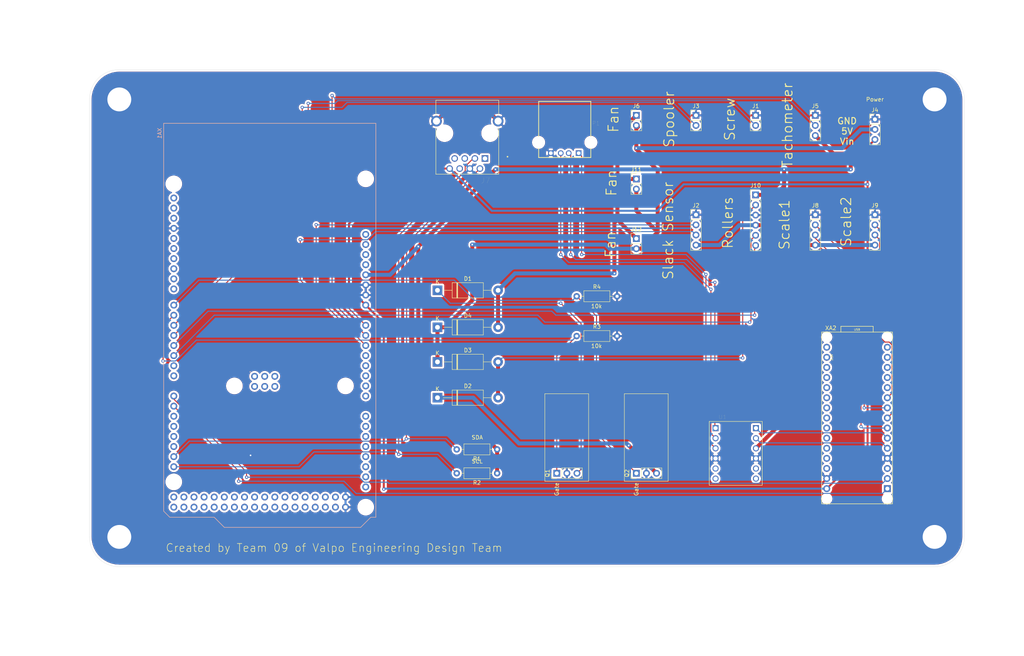
<source format=kicad_pcb>
(kicad_pcb (version 20171130) (host pcbnew "(5.1.6)-1")
  (layers (0 F.Cu signal) (31 B.Cu signal) (34 B.Paste user) (35 F.Paste user) (36 B.SilkS user) (37 F.SilkS user) (38 B.Mask user) (39 F.Mask user) (44 Edge.Cuts user))
  (net 0 "")
  (net 1 Fans-)
  (net 2 RollerMotor-)
  (net 3 ScrewMotor)
  (net 4 SlackS1)
  (net 5 SlackS0)
  (net 6 +3V3)
  (net 7 SpollerMotor)
  (net 8 TactSignal)
  (net 9 "Net-(J7-Pad7)")
  (net 10 "Net-(J7-Pad6)")
  (net 11 "Net-(J7-Pad5)")
  (net 12 SCL)
  (net 13 SDA)
  (net 14 ScaleCLK1)
  (net 15 ScaleD1)
  (net 16 ScaleCLK2)
  (net 17 ScaleD2)
  (net 18 EncoderB)
  (net 19 EncoderA)
  (net 20 "Net-(P1-Pad2)")
  (net 21 "Net-(P1-Pad1)")
  (net 22 FansSpeed)
  (net 23 "Net-(U1-PadHV4)")
  (net 24 "Net-(U1-PadHV3)")
  (net 25 DialCLK)
  (net 26 DialData)
  (net 27 "Net-(U1-PadLV4)")
  (net 28 "Net-(U1-PadLV3)")
  (net 29 "Net-(XA1-PadMISO)")
  (net 30 "Net-(XA1-PadD53)")
  (net 31 "Net-(XA1-PadD52)")
  (net 32 "Net-(XA1-PadD51)")
  (net 33 "Net-(XA1-PadD50)")
  (net 34 "Net-(XA1-PadD49)")
  (net 35 "Net-(XA1-PadD48)")
  (net 36 "Net-(XA1-PadD47)")
  (net 37 "Net-(XA1-PadD46)")
  (net 38 "Net-(XA1-PadD45)")
  (net 39 "Net-(XA1-PadD44)")
  (net 40 "Net-(XA1-PadD43)")
  (net 41 "Net-(XA1-PadD42)")
  (net 42 "Net-(XA1-PadD41)")
  (net 43 "Net-(XA1-PadD40)")
  (net 44 "Net-(XA1-PadD39)")
  (net 45 "Net-(XA1-PadD38)")
  (net 46 "Net-(XA1-PadD37)")
  (net 47 "Net-(XA1-PadD36)")
  (net 48 "Net-(XA1-PadD35)")
  (net 49 "Net-(XA1-PadD34)")
  (net 50 "Net-(XA1-PadD33)")
  (net 51 "Net-(XA1-PadD32)")
  (net 52 "Net-(XA1-PadD31)")
  (net 53 "Net-(XA1-PadD30)")
  (net 54 "Net-(XA1-PadD29)")
  (net 55 "Net-(XA1-PadD28)")
  (net 56 "Net-(XA1-PadD27)")
  (net 57 "Net-(XA1-PadD26)")
  (net 58 "Net-(XA1-PadA15)")
  (net 59 "Net-(XA1-PadA14)")
  (net 60 "Net-(XA1-PadA13)")
  (net 61 "Net-(XA1-PadA12)")
  (net 62 "Net-(XA1-PadA11)")
  (net 63 "Net-(XA1-PadA10)")
  (net 64 "Net-(XA1-PadA9)")
  (net 65 "Net-(XA1-PadA8)")
  (net 66 "Net-(XA1-PadA7)")
  (net 67 "Net-(XA1-PadA6)")
  (net 68 "Net-(XA1-PadA5)")
  (net 69 "Net-(XA1-PadA4)")
  (net 70 "Net-(XA1-PadA3)")
  (net 71 "Net-(XA1-PadAREF)")
  (net 72 "Net-(XA1-PadSDA)")
  (net 73 "Net-(XA1-PadSCL)")
  (net 74 "Net-(XA1-PadD9)")
  (net 75 "Net-(XA1-PadD8)")
  (net 76 "Net-(XA1-PadD1)")
  (net 77 "Net-(XA1-PadD0)")
  (net 78 "Net-(XA1-PadD16)")
  (net 79 "Net-(XA1-PadD17)")
  (net 80 "Net-(XA1-PadIORF)")
  (net 81 "Net-(XA1-PadRST1)")
  (net 82 Vin)
  (net 83 "Net-(XA1-Pad5V2)")
  (net 84 "Net-(XA1-PadSCK)")
  (net 85 "Net-(XA1-PadMOSI)")
  (net 86 "Net-(XA1-PadGND4)")
  (net 87 "Net-(XA1-PadRST2)")
  (net 88 "Net-(XA2-PadRST1)")
  (net 89 "Net-(XA2-PadD8)")
  (net 90 "Net-(XA2-PadD9)")
  (net 91 "Net-(XA2-PadD10)")
  (net 92 "Net-(XA2-PadD11)")
  (net 93 "Net-(XA2-PadD12)")
  (net 94 "Net-(XA2-PadD13)")
  (net 95 "Net-(XA2-PadAREF)")
  (net 96 "Net-(XA2-PadA0)")
  (net 97 "Net-(XA2-PadA1)")
  (net 98 "Net-(XA2-PadA2)")
  (net 99 "Net-(XA2-PadA3)")
  (net 100 "Net-(XA2-PadA4)")
  (net 101 "Net-(XA2-PadA5)")
  (net 102 "Net-(XA2-PadA6)")
  (net 103 "Net-(XA2-PadA7)")
  (net 104 "Net-(XA2-PadRST2)")
  (net 105 "Net-(XA1-PadD25)")
  (net 106 "Net-(XA1-PadD24)")
  (net 107 "Net-(XA1-PadD23)")
  (net 108 "Net-(XA1-PadD22)")
  (net 109 GND)
  (net 110 +5V)
  (net 111 "Net-(XA1-Pad5V4)")
  (net 112 "Net-(XA1-Pad5V3)")
  (net 113 "Net-(XA2-Pad5V)")
  (net 114 "Net-(D1-Pad1)")
  (net 115 "Net-(D2-Pad1)")
  (net 116 LV2)
  (net 117 "Net-(XA2-Pad3V3)")
  (net 118 "Net-(XA1-PadD11)")
  (net 119 "Net-(XA1-PadD12)")
  (net 120 "Net-(XA1-PadD13)")
  (net 121 "Net-(XA1-PadD10)")
  (net 122 UartToNano)
  (net 123 UartToMega)
  (net 124 "Net-(XA1-PadD18)")
  (net 125 "Net-(XA1-PadD19)")
  (net 126 RollerSpeed)
  (net 127 5Vin)
  (net 128 "Net-(J7-Pad1)")
  (module Arduino:Arduino_Mega2560_Shield (layer B.Cu) (at 109.5 46 270)
    (fp_text reference XA1 (at 2.54 54.356 270) (layer B.SilkS) (effects (justify mirror)))
    (fp_text value Arduino_Mega2560_Shield)
    (fp_text user . (at 62.484 32.004 270) (layer B.SilkS) (effects (justify mirror)))
    (pad MISO thru_hole oval (at 63.627 30.48 270) (size 1.7272 1.7272) (drill 1.016) (layers *.Cu *.Mask) (net 29 "Net-(XA1-PadMISO)"))
    (pad GND6 thru_hole oval (at 96.52 7.62 270) (size 1.7272 1.7272) (drill 1.016) (layers *.Cu *.Mask) (net 109 GND))
    (pad GND5 thru_hole oval (at 93.98 7.62 270) (size 1.7272 1.7272) (drill 1.016) (layers *.Cu *.Mask) (net 109 GND))
    (pad D53 thru_hole oval (at 96.52 10.16 270) (size 1.7272 1.7272) (drill 1.016) (layers *.Cu *.Mask) (net 30 "Net-(XA1-PadD53)"))
    (pad D52 thru_hole oval (at 93.98 10.16 270) (size 1.7272 1.7272) (drill 1.016) (layers *.Cu *.Mask) (net 31 "Net-(XA1-PadD52)"))
    (pad D51 thru_hole oval (at 96.52 12.7 270) (size 1.7272 1.7272) (drill 1.016) (layers *.Cu *.Mask) (net 32 "Net-(XA1-PadD51)"))
    (pad D50 thru_hole oval (at 93.98 12.7 270) (size 1.7272 1.7272) (drill 1.016) (layers *.Cu *.Mask) (net 33 "Net-(XA1-PadD50)"))
    (pad D49 thru_hole oval (at 96.52 15.24 270) (size 1.7272 1.7272) (drill 1.016) (layers *.Cu *.Mask) (net 34 "Net-(XA1-PadD49)"))
    (pad D48 thru_hole oval (at 93.98 15.24 270) (size 1.7272 1.7272) (drill 1.016) (layers *.Cu *.Mask) (net 35 "Net-(XA1-PadD48)"))
    (pad D47 thru_hole oval (at 96.52 17.78 270) (size 1.7272 1.7272) (drill 1.016) (layers *.Cu *.Mask) (net 36 "Net-(XA1-PadD47)"))
    (pad D46 thru_hole oval (at 93.98 17.78 270) (size 1.7272 1.7272) (drill 1.016) (layers *.Cu *.Mask) (net 37 "Net-(XA1-PadD46)"))
    (pad D45 thru_hole oval (at 96.52 20.32 270) (size 1.7272 1.7272) (drill 1.016) (layers *.Cu *.Mask) (net 38 "Net-(XA1-PadD45)"))
    (pad D44 thru_hole oval (at 93.98 20.32 270) (size 1.7272 1.7272) (drill 1.016) (layers *.Cu *.Mask) (net 39 "Net-(XA1-PadD44)"))
    (pad D43 thru_hole oval (at 96.52 22.86 270) (size 1.7272 1.7272) (drill 1.016) (layers *.Cu *.Mask) (net 40 "Net-(XA1-PadD43)"))
    (pad D42 thru_hole oval (at 93.98 22.86 270) (size 1.7272 1.7272) (drill 1.016) (layers *.Cu *.Mask) (net 41 "Net-(XA1-PadD42)"))
    (pad D41 thru_hole oval (at 96.52 25.4 270) (size 1.7272 1.7272) (drill 1.016) (layers *.Cu *.Mask) (net 42 "Net-(XA1-PadD41)"))
    (pad D40 thru_hole oval (at 93.98 25.4 270) (size 1.7272 1.7272) (drill 1.016) (layers *.Cu *.Mask) (net 43 "Net-(XA1-PadD40)"))
    (pad D39 thru_hole oval (at 96.52 27.94 270) (size 1.7272 1.7272) (drill 1.016) (layers *.Cu *.Mask) (net 44 "Net-(XA1-PadD39)"))
    (pad D38 thru_hole oval (at 93.98 27.94 270) (size 1.7272 1.7272) (drill 1.016) (layers *.Cu *.Mask) (net 45 "Net-(XA1-PadD38)"))
    (pad D37 thru_hole oval (at 96.52 30.48 270) (size 1.7272 1.7272) (drill 1.016) (layers *.Cu *.Mask) (net 46 "Net-(XA1-PadD37)"))
    (pad D36 thru_hole oval (at 93.98 30.48 270) (size 1.7272 1.7272) (drill 1.016) (layers *.Cu *.Mask) (net 47 "Net-(XA1-PadD36)"))
    (pad D35 thru_hole oval (at 96.52 33.02 270) (size 1.7272 1.7272) (drill 1.016) (layers *.Cu *.Mask) (net 48 "Net-(XA1-PadD35)"))
    (pad D34 thru_hole oval (at 93.98 33.02 270) (size 1.7272 1.7272) (drill 1.016) (layers *.Cu *.Mask) (net 49 "Net-(XA1-PadD34)"))
    (pad D33 thru_hole oval (at 96.52 35.56 270) (size 1.7272 1.7272) (drill 1.016) (layers *.Cu *.Mask) (net 50 "Net-(XA1-PadD33)"))
    (pad D32 thru_hole oval (at 93.98 35.56 270) (size 1.7272 1.7272) (drill 1.016) (layers *.Cu *.Mask) (net 51 "Net-(XA1-PadD32)"))
    (pad D31 thru_hole oval (at 96.52 38.1 270) (size 1.7272 1.7272) (drill 1.016) (layers *.Cu *.Mask) (net 52 "Net-(XA1-PadD31)"))
    (pad D30 thru_hole oval (at 93.98 38.1 270) (size 1.7272 1.7272) (drill 1.016) (layers *.Cu *.Mask) (net 53 "Net-(XA1-PadD30)"))
    (pad D29 thru_hole oval (at 96.52 40.64 270) (size 1.7272 1.7272) (drill 1.016) (layers *.Cu *.Mask) (net 54 "Net-(XA1-PadD29)"))
    (pad D28 thru_hole oval (at 93.98 40.64 270) (size 1.7272 1.7272) (drill 1.016) (layers *.Cu *.Mask) (net 55 "Net-(XA1-PadD28)"))
    (pad D27 thru_hole oval (at 96.52 43.18 270) (size 1.7272 1.7272) (drill 1.016) (layers *.Cu *.Mask) (net 56 "Net-(XA1-PadD27)"))
    (pad D26 thru_hole oval (at 93.98 43.18 270) (size 1.7272 1.7272) (drill 1.016) (layers *.Cu *.Mask) (net 57 "Net-(XA1-PadD26)"))
    (pad D25 thru_hole oval (at 96.52 45.72 270) (size 1.7272 1.7272) (drill 1.016) (layers *.Cu *.Mask) (net 105 "Net-(XA1-PadD25)"))
    (pad D24 thru_hole oval (at 93.98 45.72 270) (size 1.7272 1.7272) (drill 1.016) (layers *.Cu *.Mask) (net 106 "Net-(XA1-PadD24)"))
    (pad D23 thru_hole oval (at 96.52 48.26 270) (size 1.7272 1.7272) (drill 1.016) (layers *.Cu *.Mask) (net 107 "Net-(XA1-PadD23)"))
    (pad D22 thru_hole oval (at 93.98 48.26 270) (size 1.7272 1.7272) (drill 1.016) (layers *.Cu *.Mask) (net 108 "Net-(XA1-PadD22)"))
    (pad 5V4 thru_hole oval (at 96.52 50.8 270) (size 1.7272 1.7272) (drill 1.016) (layers *.Cu *.Mask) (net 111 "Net-(XA1-Pad5V4)"))
    (pad 5V3 thru_hole oval (at 93.98 50.8 270) (size 1.7272 1.7272) (drill 1.016) (layers *.Cu *.Mask) (net 112 "Net-(XA1-Pad5V3)"))
    (pad A15 thru_hole oval (at 91.44 2.54 270) (size 1.7272 1.7272) (drill 1.016) (layers *.Cu *.Mask) (net 58 "Net-(XA1-PadA15)"))
    (pad A14 thru_hole oval (at 88.9 2.54 270) (size 1.7272 1.7272) (drill 1.016) (layers *.Cu *.Mask) (net 59 "Net-(XA1-PadA14)"))
    (pad A13 thru_hole oval (at 86.36 2.54 270) (size 1.7272 1.7272) (drill 1.016) (layers *.Cu *.Mask) (net 60 "Net-(XA1-PadA13)"))
    (pad A12 thru_hole oval (at 83.82 2.54 270) (size 1.7272 1.7272) (drill 1.016) (layers *.Cu *.Mask) (net 61 "Net-(XA1-PadA12)"))
    (pad A11 thru_hole oval (at 81.28 2.54 270) (size 1.7272 1.7272) (drill 1.016) (layers *.Cu *.Mask) (net 62 "Net-(XA1-PadA11)"))
    (pad A10 thru_hole oval (at 78.74 2.54 270) (size 1.7272 1.7272) (drill 1.016) (layers *.Cu *.Mask) (net 63 "Net-(XA1-PadA10)"))
    (pad A9 thru_hole oval (at 76.2 2.54 270) (size 1.7272 1.7272) (drill 1.016) (layers *.Cu *.Mask) (net 64 "Net-(XA1-PadA9)"))
    (pad A8 thru_hole oval (at 73.66 2.54 270) (size 1.7272 1.7272) (drill 1.016) (layers *.Cu *.Mask) (net 65 "Net-(XA1-PadA8)"))
    (pad A7 thru_hole oval (at 68.58 2.54 270) (size 1.7272 1.7272) (drill 1.016) (layers *.Cu *.Mask) (net 66 "Net-(XA1-PadA7)"))
    (pad A6 thru_hole oval (at 66.04 2.54 270) (size 1.7272 1.7272) (drill 1.016) (layers *.Cu *.Mask) (net 67 "Net-(XA1-PadA6)"))
    (pad A5 thru_hole oval (at 63.5 2.54 270) (size 1.7272 1.7272) (drill 1.016) (layers *.Cu *.Mask) (net 68 "Net-(XA1-PadA5)"))
    (pad A4 thru_hole oval (at 60.96 2.54 270) (size 1.7272 1.7272) (drill 1.016) (layers *.Cu *.Mask) (net 69 "Net-(XA1-PadA4)"))
    (pad A3 thru_hole oval (at 58.42 2.54 270) (size 1.7272 1.7272) (drill 1.016) (layers *.Cu *.Mask) (net 70 "Net-(XA1-PadA3)"))
    (pad A2 thru_hole oval (at 55.88 2.54 270) (size 1.7272 1.7272) (drill 1.016) (layers *.Cu *.Mask) (net 4 SlackS1))
    (pad A1 thru_hole oval (at 53.34 2.54 270) (size 1.7272 1.7272) (drill 1.016) (layers *.Cu *.Mask) (net 5 SlackS0))
    (pad "" thru_hole oval (at 27.94 2.54 270) (size 1.7272 1.7272) (drill 1.016) (layers *.Cu *.Mask))
    (pad D11 thru_hole oval (at 34.036 50.8 270) (size 1.7272 1.7272) (drill 1.016) (layers *.Cu *.Mask) (net 118 "Net-(XA1-PadD11)"))
    (pad D12 thru_hole oval (at 31.496 50.8 270) (size 1.7272 1.7272) (drill 1.016) (layers *.Cu *.Mask) (net 119 "Net-(XA1-PadD12)"))
    (pad D13 thru_hole oval (at 28.956 50.8 270) (size 1.7272 1.7272) (drill 1.016) (layers *.Cu *.Mask) (net 120 "Net-(XA1-PadD13)"))
    (pad AREF thru_hole oval (at 23.876 50.8 270) (size 1.7272 1.7272) (drill 1.016) (layers *.Cu *.Mask) (net 71 "Net-(XA1-PadAREF)"))
    (pad SDA thru_hole oval (at 21.336 50.8 270) (size 1.7272 1.7272) (drill 1.016) (layers *.Cu *.Mask) (net 72 "Net-(XA1-PadSDA)"))
    (pad SCL thru_hole oval (at 18.796 50.8 270) (size 1.7272 1.7272) (drill 1.016) (layers *.Cu *.Mask) (net 73 "Net-(XA1-PadSCL)"))
    (pad "" np_thru_hole circle (at 13.97 2.54 270) (size 3.2 3.2) (drill 3.2) (layers *.Cu *.Mask))
    (pad "" np_thru_hole circle (at 96.52 2.54 270) (size 3.2 3.2) (drill 3.2) (layers *.Cu *.Mask))
    (pad "" np_thru_hole circle (at 15.24 50.8 270) (size 3.2 3.2) (drill 3.2) (layers *.Cu *.Mask))
    (pad "" np_thru_hole circle (at 90.17 50.8 270) (size 3.2 3.2) (drill 3.2) (layers *.Cu *.Mask))
    (pad "" np_thru_hole circle (at 66.04 35.56 270) (size 3.2 3.2) (drill 3.2) (layers *.Cu *.Mask))
    (pad "" np_thru_hole circle (at 66.04 7.62 270) (size 3.2 3.2) (drill 3.2) (layers *.Cu *.Mask))
    (pad D10 thru_hole oval (at 36.576 50.8 270) (size 1.7272 1.7272) (drill 1.016) (layers *.Cu *.Mask) (net 121 "Net-(XA1-PadD10)"))
    (pad D9 thru_hole oval (at 39.116 50.8 270) (size 1.7272 1.7272) (drill 1.016) (layers *.Cu *.Mask) (net 74 "Net-(XA1-PadD9)"))
    (pad D8 thru_hole oval (at 41.656 50.8 270) (size 1.7272 1.7272) (drill 1.016) (layers *.Cu *.Mask) (net 75 "Net-(XA1-PadD8)"))
    (pad GND1 thru_hole oval (at 26.416 50.8 270) (size 1.7272 1.7272) (drill 1.016) (layers *.Cu *.Mask) (net 109 GND))
    (pad D7 thru_hole oval (at 45.72 50.8 270) (size 1.7272 1.7272) (drill 1.016) (layers *.Cu *.Mask) (net 126 RollerSpeed))
    (pad D6 thru_hole oval (at 48.26 50.8 270) (size 1.7272 1.7272) (drill 1.016) (layers *.Cu *.Mask) (net 22 FansSpeed))
    (pad D5 thru_hole oval (at 50.8 50.8 270) (size 1.7272 1.7272) (drill 1.016) (layers *.Cu *.Mask) (net 7 SpollerMotor))
    (pad D4 thru_hole oval (at 53.34 50.8 270) (size 1.7272 1.7272) (drill 1.016) (layers *.Cu *.Mask) (net 3 ScrewMotor))
    (pad D3 thru_hole oval (at 55.88 50.8 270) (size 1.7272 1.7272) (drill 1.016) (layers *.Cu *.Mask) (net 18 EncoderB))
    (pad D2 thru_hole oval (at 58.42 50.8 270) (size 1.7272 1.7272) (drill 1.016) (layers *.Cu *.Mask) (net 19 EncoderA))
    (pad D1 thru_hole oval (at 60.96 50.8 270) (size 1.7272 1.7272) (drill 1.016) (layers *.Cu *.Mask) (net 76 "Net-(XA1-PadD1)"))
    (pad D0 thru_hole oval (at 63.5 50.8 270) (size 1.7272 1.7272) (drill 1.016) (layers *.Cu *.Mask) (net 77 "Net-(XA1-PadD0)"))
    (pad D14 thru_hole oval (at 68.58 50.8 270) (size 1.7272 1.7272) (drill 1.016) (layers *.Cu *.Mask) (net 122 UartToNano))
    (pad D15 thru_hole oval (at 71.12 50.8 270) (size 1.7272 1.7272) (drill 1.016) (layers *.Cu *.Mask) (net 123 UartToMega))
    (pad D16 thru_hole oval (at 73.66 50.8 270) (size 1.7272 1.7272) (drill 1.016) (layers *.Cu *.Mask) (net 78 "Net-(XA1-PadD16)"))
    (pad D17 thru_hole oval (at 76.2 50.8 270) (size 1.7272 1.7272) (drill 1.016) (layers *.Cu *.Mask) (net 79 "Net-(XA1-PadD17)"))
    (pad D18 thru_hole oval (at 78.74 50.8 270) (size 1.7272 1.7272) (drill 1.016) (layers *.Cu *.Mask) (net 124 "Net-(XA1-PadD18)"))
    (pad D19 thru_hole oval (at 81.28 50.8 270) (size 1.7272 1.7272) (drill 1.016) (layers *.Cu *.Mask) (net 125 "Net-(XA1-PadD19)"))
    (pad D20 thru_hole oval (at 83.82 50.8 270) (size 1.7272 1.7272) (drill 1.016) (layers *.Cu *.Mask) (net 13 SDA))
    (pad D21 thru_hole oval (at 86.36 50.8 270) (size 1.7272 1.7272) (drill 1.016) (layers *.Cu *.Mask) (net 12 SCL))
    (pad IORF thru_hole oval (at 30.48 2.54 270) (size 1.7272 1.7272) (drill 1.016) (layers *.Cu *.Mask) (net 80 "Net-(XA1-PadIORF)"))
    (pad RST1 thru_hole oval (at 33.02 2.54 270) (size 1.7272 1.7272) (drill 1.016) (layers *.Cu *.Mask) (net 81 "Net-(XA1-PadRST1)"))
    (pad 3V3 thru_hole oval (at 35.56 2.54 270) (size 1.7272 1.7272) (drill 1.016) (layers *.Cu *.Mask) (net 6 +3V3))
    (pad 5V1 thru_hole oval (at 38.1 2.54 270) (size 1.7272 1.7272) (drill 1.016) (layers *.Cu *.Mask) (net 110 +5V))
    (pad GND2 thru_hole oval (at 40.64 2.54 270) (size 1.7272 1.7272) (drill 1.016) (layers *.Cu *.Mask) (net 109 GND))
    (pad GND3 thru_hole oval (at 43.18 2.54 270) (size 1.7272 1.7272) (drill 1.016) (layers *.Cu *.Mask) (net 109 GND))
    (pad VIN thru_hole oval (at 45.72 2.54 270) (size 1.7272 1.7272) (drill 1.016) (layers *.Cu *.Mask) (net 82 Vin))
    (pad A0 thru_hole oval (at 50.8 2.54 270) (size 1.7272 1.7272) (drill 1.016) (layers *.Cu *.Mask) (net 8 TactSignal))
    (pad 5V2 thru_hole oval (at 66.167 30.48 270) (size 1.7272 1.7272) (drill 1.016) (layers *.Cu *.Mask) (net 83 "Net-(XA1-Pad5V2)"))
    (pad SCK thru_hole oval (at 63.627 27.94 270) (size 1.7272 1.7272) (drill 1.016) (layers *.Cu *.Mask) (net 84 "Net-(XA1-PadSCK)"))
    (pad MOSI thru_hole oval (at 66.167 27.94 270) (size 1.7272 1.7272) (drill 1.016) (layers *.Cu *.Mask) (net 85 "Net-(XA1-PadMOSI)"))
    (pad GND4 thru_hole oval (at 66.167 25.4 270) (size 1.7272 1.7272) (drill 1.016) (layers *.Cu *.Mask) (net 86 "Net-(XA1-PadGND4)"))
    (pad RST2 thru_hole oval (at 63.627 25.4 270) (size 1.7272 1.7272) (drill 1.016) (layers *.Cu *.Mask) (net 87 "Net-(XA1-PadRST2)"))
  )
  (module Diode_THT:D_DO-15_P15.24mm_Horizontal (layer F.Cu) (at 125 97.3)
    (fp_text reference D4 (at 7.62 -2.92) (layer F.SilkS))
    (fp_text value D)
    (fp_text user K (at 0 -2.2) (layer F.SilkS))
    (pad 2 thru_hole oval (at 15.24 0) (size 2.4 2.4) (drill 1.2) (layers *.Cu *.Mask) (net 1 Fans-))
    (pad 1 thru_hole rect (at 0 0) (size 2.4 2.4) (drill 1.2) (layers *.Cu *.Mask) (net 127 5Vin))
  )
  (module Diode_THT:D_DO-15_P15.24mm_Horizontal (layer F.Cu) (at 125 106)
    (fp_text reference D3 (at 7.62 -2.92) (layer F.SilkS))
    (fp_text value D)
    (fp_text user K (at 0 -2.2) (layer F.SilkS))
    (pad 2 thru_hole oval (at 15.24 0) (size 2.4 2.4) (drill 1.2) (layers *.Cu *.Mask) (net 2 RollerMotor-))
    (pad 1 thru_hole rect (at 0 0) (size 2.4 2.4) (drill 1.2) (layers *.Cu *.Mask) (net 127 5Vin))
  )
  (module Diode_THT:D_DO-15_P15.24mm_Horizontal (layer F.Cu) (at 125 115)
    (fp_text reference D2 (at 7.62 -2.92) (layer F.SilkS))
    (fp_text value D)
    (fp_text user K (at 0 -2.2) (layer F.SilkS))
    (pad 2 thru_hole oval (at 15.24 0) (size 2.4 2.4) (drill 1.2) (layers *.Cu *.Mask) (net 2 RollerMotor-))
    (pad 1 thru_hole rect (at 0 0) (size 2.4 2.4) (drill 1.2) (layers *.Cu *.Mask) (net 115 "Net-(D2-Pad1)"))
  )
  (module Diode_THT:D_DO-15_P15.24mm_Horizontal (layer F.Cu) (at 125 88)
    (fp_text reference D1 (at 7.62 -2.92) (layer F.SilkS))
    (fp_text value D)
    (fp_text user K (at 0 -2.2) (layer F.SilkS))
    (pad 2 thru_hole oval (at 15.24 0) (size 2.4 2.4) (drill 1.2) (layers *.Cu *.Mask) (net 1 Fans-))
    (pad 1 thru_hole rect (at 0 0) (size 2.4 2.4) (drill 1.2) (layers *.Cu *.Mask) (net 114 "Net-(D1-Pad1)"))
  )
  (module Connector_PinHeader_2.54mm:PinHeader_1x02_P2.54mm_Vertical (layer F.Cu) (at 175 75)
    (fp_text reference J12 (at 0 -2.33) (layer F.SilkS))
    (fp_text value Conn_01x02_Male)
    (pad 2 thru_hole oval (at 0 2.54) (size 1.7 1.7) (drill 1) (layers *.Cu *.Mask) (net 127 5Vin))
    (pad 1 thru_hole rect (at 0 0) (size 1.7 1.7) (drill 1) (layers *.Cu *.Mask) (net 1 Fans-))
  )
  (module Connector_PinHeader_2.54mm:PinHeader_1x02_P2.54mm_Vertical (layer F.Cu) (at 175 60)
    (fp_text reference J11 (at 0 -2.33) (layer F.SilkS))
    (fp_text value Conn_01x02_Male)
    (pad 2 thru_hole oval (at 0 2.54) (size 1.7 1.7) (drill 1) (layers *.Cu *.Mask) (net 127 5Vin))
    (pad 1 thru_hole rect (at 0 0) (size 1.7 1.7) (drill 1) (layers *.Cu *.Mask) (net 1 Fans-))
  )
  (module Connector_PinHeader_2.54mm:PinHeader_1x03_P2.54mm_Vertical (layer F.Cu) (at 235 45)
    (fp_text reference J4 (at 0 -2.33) (layer F.SilkS))
    (fp_text value Conn_01x03_Male)
    (pad 3 thru_hole oval (at 0 5.08) (size 1.7 1.7) (drill 1) (layers *.Cu *.Mask) (net 82 Vin))
    (pad 2 thru_hole oval (at 0 2.54) (size 1.7 1.7) (drill 1) (layers *.Cu *.Mask) (net 127 5Vin))
    (pad 1 thru_hole rect (at 0 0) (size 1.7 1.7) (drill 1) (layers *.Cu *.Mask) (net 109 GND))
  )
  (module Connector_PinHeader_2.54mm:PinHeader_1x03_P2.54mm_Vertical (layer F.Cu) (at 175 134 90)
    (fp_text reference Q2 (at 0 -2.33 90) (layer F.SilkS))
    (fp_text value 2N7002)
    (pad 3 thru_hole oval (at 0 5.08 90) (size 1.7 1.7) (drill 1) (layers *.Cu *.Mask) (net 115 "Net-(D2-Pad1)"))
    (pad 2 thru_hole oval (at 0 2.54 90) (size 1.7 1.7) (drill 1) (layers *.Cu *.Mask) (net 109 GND))
    (pad 1 thru_hole rect (at 0 0 90) (size 1.7 1.7) (drill 1) (layers *.Cu *.Mask) (net 126 RollerSpeed))
  )
  (module Connector_PinHeader_2.54mm:PinHeader_1x03_P2.54mm_Vertical (layer F.Cu) (at 155 134 90)
    (fp_text reference Q1 (at 0 -2.33 90) (layer F.SilkS))
    (fp_text value 2N7002)
    (pad 3 thru_hole oval (at 0 5.08 90) (size 1.7 1.7) (drill 1) (layers *.Cu *.Mask) (net 114 "Net-(D1-Pad1)"))
    (pad 2 thru_hole oval (at 0 2.54 90) (size 1.7 1.7) (drill 1) (layers *.Cu *.Mask) (net 109 GND))
    (pad 1 thru_hole rect (at 0 0 90) (size 1.7 1.7) (drill 1) (layers *.Cu *.Mask) (net 22 FansSpeed))
  )
  (module Arduino:Arduino_Nano_Socket (layer F.Cu) (at 230.5 98.5 180)
    (fp_text reference XA2 (at 6.604 1.016) (layer F.SilkS))
    (fp_text value Arduino_Nano_Socket)
    (fp_text user 3.3V (at 6.35 -6.35 90) (layer F.SilkS) (effects (font (size 0.5 0.5) (thickness 0.075))))
    (fp_text user USB (at 0 0.635) (layer F.SilkS) (effects (font (size 0.5 0.5) (thickness 0.075))))
    (pad "" np_thru_hole circle (at 7.62 -1.27 180) (size 1.85 1.85) (drill 1.85) (layers *.Cu *.Mask))
    (pad "" np_thru_hole circle (at -7.62 -1.27 180) (size 1.85 1.85) (drill 1.85) (layers *.Cu *.Mask))
    (pad "" np_thru_hole circle (at 7.62 -41.91 180) (size 1.85 1.85) (drill 1.85) (layers *.Cu *.Mask))
    (pad "" np_thru_hole circle (at -7.62 -41.91 180) (size 1.85 1.85) (drill 1.85) (layers *.Cu *.Mask))
    (pad D1 thru_hole rect (at -7.62 -39.37 180) (size 1.7272 1.7272) (drill 1.016) (layers *.Cu *.Mask) (net 123 UartToMega))
    (pad D0 thru_hole circle (at -7.62 -36.83 180) (size 1.7272 1.7272) (drill 1.016) (layers *.Cu *.Mask) (net 122 UartToNano))
    (pad RST1 thru_hole circle (at -7.62 -34.29 180) (size 1.7272 1.7272) (drill 1.016) (layers *.Cu *.Mask) (net 88 "Net-(XA2-PadRST1)"))
    (pad GND1 thru_hole circle (at -7.62 -31.75 180) (size 1.7272 1.7272) (drill 1.016) (layers *.Cu *.Mask) (net 109 GND))
    (pad D2 thru_hole circle (at -7.62 -29.21 180) (size 1.7272 1.7272) (drill 1.016) (layers *.Cu *.Mask) (net 26 DialData))
    (pad D3 thru_hole circle (at -7.62 -26.67 180) (size 1.7272 1.7272) (drill 1.016) (layers *.Cu *.Mask) (net 25 DialCLK))
    (pad D4 thru_hole circle (at -7.62 -24.13 180) (size 1.7272 1.7272) (drill 1.016) (layers *.Cu *.Mask) (net 14 ScaleCLK1))
    (pad D5 thru_hole circle (at -7.62 -21.59 180) (size 1.7272 1.7272) (drill 1.016) (layers *.Cu *.Mask) (net 17 ScaleD2))
    (pad D6 thru_hole circle (at -7.62 -19.05 180) (size 1.7272 1.7272) (drill 1.016) (layers *.Cu *.Mask) (net 15 ScaleD1))
    (pad D7 thru_hole circle (at -7.62 -16.51 180) (size 1.7272 1.7272) (drill 1.016) (layers *.Cu *.Mask) (net 16 ScaleCLK2))
    (pad D8 thru_hole circle (at -7.62 -13.97 180) (size 1.7272 1.7272) (drill 1.016) (layers *.Cu *.Mask) (net 89 "Net-(XA2-PadD8)"))
    (pad D9 thru_hole circle (at -7.62 -11.43 180) (size 1.7272 1.7272) (drill 1.016) (layers *.Cu *.Mask) (net 90 "Net-(XA2-PadD9)"))
    (pad D10 thru_hole circle (at -7.62 -8.89 180) (size 1.7272 1.7272) (drill 1.016) (layers *.Cu *.Mask) (net 91 "Net-(XA2-PadD10)"))
    (pad D11 thru_hole circle (at -7.62 -6.35 180) (size 1.7272 1.7272) (drill 1.016) (layers *.Cu *.Mask) (net 92 "Net-(XA2-PadD11)"))
    (pad D12 thru_hole circle (at -7.62 -3.81 180) (size 1.7272 1.7272) (drill 1.016) (layers *.Cu *.Mask) (net 93 "Net-(XA2-PadD12)"))
    (pad D13 thru_hole circle (at 7.62 -3.81 180) (size 1.7272 1.7272) (drill 1.016) (layers *.Cu *.Mask) (net 94 "Net-(XA2-PadD13)"))
    (pad 3V3 thru_hole circle (at 7.62 -6.35 180) (size 1.7272 1.7272) (drill 1.016) (layers *.Cu *.Mask) (net 117 "Net-(XA2-Pad3V3)"))
    (pad AREF thru_hole circle (at 7.62 -8.89 180) (size 1.7272 1.7272) (drill 1.016) (layers *.Cu *.Mask) (net 95 "Net-(XA2-PadAREF)"))
    (pad A0 thru_hole circle (at 7.62 -11.43 180) (size 1.7272 1.7272) (drill 1.016) (layers *.Cu *.Mask) (net 96 "Net-(XA2-PadA0)"))
    (pad A1 thru_hole circle (at 7.62 -13.97 180) (size 1.7272 1.7272) (drill 1.016) (layers *.Cu *.Mask) (net 97 "Net-(XA2-PadA1)"))
    (pad A2 thru_hole circle (at 7.62 -16.51 180) (size 1.7272 1.7272) (drill 1.016) (layers *.Cu *.Mask) (net 98 "Net-(XA2-PadA2)"))
    (pad A3 thru_hole circle (at 7.62 -19.05 180) (size 1.7272 1.7272) (drill 1.016) (layers *.Cu *.Mask) (net 99 "Net-(XA2-PadA3)"))
    (pad A4 thru_hole circle (at 7.62 -21.59 180) (size 1.7272 1.7272) (drill 1.016) (layers *.Cu *.Mask) (net 100 "Net-(XA2-PadA4)"))
    (pad A5 thru_hole circle (at 7.62 -24.13 180) (size 1.7272 1.7272) (drill 1.016) (layers *.Cu *.Mask) (net 101 "Net-(XA2-PadA5)"))
    (pad A6 thru_hole circle (at 7.62 -26.67 180) (size 1.7272 1.7272) (drill 1.016) (layers *.Cu *.Mask) (net 102 "Net-(XA2-PadA6)"))
    (pad A7 thru_hole circle (at 7.62 -29.21 180) (size 1.7272 1.7272) (drill 1.016) (layers *.Cu *.Mask) (net 103 "Net-(XA2-PadA7)"))
    (pad 5V thru_hole circle (at 7.62 -31.75 180) (size 1.7272 1.7272) (drill 1.016) (layers *.Cu *.Mask) (net 113 "Net-(XA2-Pad5V)"))
    (pad RST2 thru_hole circle (at 7.62 -34.29 180) (size 1.7272 1.7272) (drill 1.016) (layers *.Cu *.Mask) (net 104 "Net-(XA2-PadRST2)"))
    (pad GND2 thru_hole circle (at 7.62 -36.83 180) (size 1.7272 1.7272) (drill 1.016) (layers *.Cu *.Mask) (net 109 GND))
    (pad VIN thru_hole circle (at 7.62 -39.37 180) (size 1.7272 1.7272) (drill 1.016) (layers *.Cu *.Mask) (net 82 Vin))
  )
  (module BOB-12009:CONV_BOB-12009 (layer F.Cu) (at 200 129)
    (fp_text reference U1 (at -3.325 -9.135) (layer F.SilkS) (effects (font (thickness 0.015))))
    (fp_text value BOB-12009)
    (pad HV4 thru_hole circle (at 5.08 6.35) (size 1.524 1.524) (drill 1.016) (layers *.Cu *.Mask) (net 23 "Net-(U1-PadHV4)"))
    (pad HV3 thru_hole circle (at 5.08 3.81) (size 1.524 1.524) (drill 1.016) (layers *.Cu *.Mask) (net 24 "Net-(U1-PadHV3)"))
    (pad GND_1 thru_hole circle (at 5.08 1.27) (size 1.524 1.524) (drill 1.016) (layers *.Cu *.Mask) (net 109 GND))
    (pad HV thru_hole circle (at 5.08 -1.27) (size 1.524 1.524) (drill 1.016) (layers *.Cu *.Mask) (net 110 +5V))
    (pad HV2 thru_hole circle (at 5.08 -3.81) (size 1.524 1.524) (drill 1.016) (layers *.Cu *.Mask) (net 26 DialData))
    (pad HV1 thru_hole rect (at 5.08 -6.35) (size 1.524 1.524) (drill 1.016) (layers *.Cu *.Mask) (net 25 DialCLK))
    (pad LV4 thru_hole circle (at -5.08 6.35) (size 1.524 1.524) (drill 1.016) (layers *.Cu *.Mask) (net 27 "Net-(U1-PadLV4)"))
    (pad LV3 thru_hole circle (at -5.08 3.81) (size 1.524 1.524) (drill 1.016) (layers *.Cu *.Mask) (net 28 "Net-(U1-PadLV3)"))
    (pad GND_2 thru_hole circle (at -5.08 1.27) (size 1.524 1.524) (drill 1.016) (layers *.Cu *.Mask) (net 109 GND))
    (pad LV thru_hole circle (at -5.08 -1.27) (size 1.524 1.524) (drill 1.016) (layers *.Cu *.Mask) (net 21 "Net-(P1-Pad1)"))
    (pad LV2 thru_hole circle (at -5.08 -3.81) (size 1.524 1.524) (drill 1.016) (layers *.Cu *.Mask) (net 116 LV2))
    (pad LV1 thru_hole rect (at -5.08 -6.35) (size 1.524 1.524) (drill 1.016) (layers *.Cu *.Mask) (net 20 "Net-(P1-Pad2)"))
  )
  (module Resistor_THT:R_Axial_DIN0207_L6.3mm_D2.5mm_P10.16mm_Horizontal (layer F.Cu) (at 160 89.5)
    (fp_text reference R4 (at 5.08 -2.37) (layer F.SilkS))
    (fp_text value 10k)
    (pad 2 thru_hole oval (at 10.16 0) (size 1.6 1.6) (drill 0.8) (layers *.Cu *.Mask) (net 109 GND))
    (pad 1 thru_hole circle (at 0 0) (size 1.6 1.6) (drill 0.8) (layers *.Cu *.Mask) (net 126 RollerSpeed))
  )
  (module Resistor_THT:R_Axial_DIN0207_L6.3mm_D2.5mm_P10.16mm_Horizontal (layer F.Cu) (at 160 99.5)
    (fp_text reference R3 (at 5.08 -2.37) (layer F.SilkS))
    (fp_text value 10k)
    (pad 2 thru_hole oval (at 10.16 0) (size 1.6 1.6) (drill 0.8) (layers *.Cu *.Mask) (net 109 GND))
    (pad 1 thru_hole circle (at 0 0) (size 1.6 1.6) (drill 0.8) (layers *.Cu *.Mask) (net 22 FansSpeed))
  )
  (module Resistor_THT:R_Axial_DIN0207_L6.3mm_D2.5mm_P10.16mm_Horizontal (layer F.Cu) (at 140 134 180)
    (fp_text reference R2 (at 5.08 -2.37) (layer F.SilkS))
    (fp_text value R)
    (pad 2 thru_hole oval (at 10.16 0 180) (size 1.6 1.6) (drill 0.8) (layers *.Cu *.Mask) (net 12 SCL))
    (pad 1 thru_hole circle (at 0 0 180) (size 1.6 1.6) (drill 0.8) (layers *.Cu *.Mask) (net 110 +5V))
  )
  (module Resistor_THT:R_Axial_DIN0207_L6.3mm_D2.5mm_P10.16mm_Horizontal (layer F.Cu) (at 140 128 180)
    (fp_text reference R1 (at 5.08 -2.37) (layer F.SilkS))
    (fp_text value R)
    (pad 2 thru_hole oval (at 10.16 0 180) (size 1.6 1.6) (drill 0.8) (layers *.Cu *.Mask) (net 13 SDA))
    (pad 1 thru_hole circle (at 0 0 180) (size 1.6 1.6) (drill 0.8) (layers *.Cu *.Mask) (net 110 +5V))
  )
  (module USB-A1HSW6:OST_USB-A1HSW6 (layer F.Cu) (at 157 47 180)
    (fp_text reference P1 (at -7.84845 1.02676 180) (layer F.SilkS) (effects (font (size 1.001717 1.001717) (thickness 0.015))))
    (fp_text value USB-A1HSW6)
    (pad None np_thru_hole circle (at 6.57 -3.8 180) (size 2.3 2.3) (drill 2.3) (layers *.Cu *.Mask))
    (pad None np_thru_hole circle (at -6.57 -3.8 180) (size 2.3 2.3) (drill 2.3) (layers *.Cu *.Mask))
    (pad 4 thru_hole circle (at 3.5 -6.51 180) (size 1.428 1.428) (drill 0.92) (layers *.Cu *.Mask) (net 109 GND))
    (pad 3 thru_hole circle (at 1 -6.51 180) (size 1.428 1.428) (drill 0.92) (layers *.Cu *.Mask) (net 116 LV2))
    (pad 2 thru_hole circle (at -1 -6.51 180) (size 1.428 1.428) (drill 0.92) (layers *.Cu *.Mask) (net 20 "Net-(P1-Pad2)"))
    (pad 1 thru_hole rect (at -3.5 -6.51 180) (size 1.428 1.428) (drill 0.92) (layers *.Cu *.Mask) (net 21 "Net-(P1-Pad1)"))
  )
  (module Connector_PinHeader_2.54mm:PinHeader_1x06_P2.54mm_Vertical (layer F.Cu) (at 205 64)
    (fp_text reference J10 (at 0 -2.33) (layer F.SilkS))
    (fp_text value Conn_01x06_Male)
    (pad 6 thru_hole oval (at 0 12.7) (size 1.7 1.7) (drill 1) (layers *.Cu *.Mask) (net 18 EncoderB))
    (pad 5 thru_hole oval (at 0 10.16) (size 1.7 1.7) (drill 1) (layers *.Cu *.Mask) (net 19 EncoderA))
    (pad 4 thru_hole oval (at 0 7.62) (size 1.7 1.7) (drill 1) (layers *.Cu *.Mask) (net 110 +5V))
    (pad 3 thru_hole oval (at 0 5.08) (size 1.7 1.7) (drill 1) (layers *.Cu *.Mask) (net 109 GND))
    (pad 2 thru_hole oval (at 0 2.54) (size 1.7 1.7) (drill 1) (layers *.Cu *.Mask) (net 2 RollerMotor-))
    (pad 1 thru_hole rect (at 0 0) (size 1.7 1.7) (drill 1) (layers *.Cu *.Mask) (net 110 +5V))
  )
  (module Connector_PinHeader_2.54mm:PinHeader_1x04_P2.54mm_Vertical (layer F.Cu) (at 235 69)
    (fp_text reference J9 (at 0 -2.33) (layer F.SilkS))
    (fp_text value Conn_01x04_Male)
    (pad 4 thru_hole oval (at 0 7.62) (size 1.7 1.7) (drill 1) (layers *.Cu *.Mask) (net 110 +5V))
    (pad 3 thru_hole oval (at 0 5.08) (size 1.7 1.7) (drill 1) (layers *.Cu *.Mask) (net 16 ScaleCLK2))
    (pad 2 thru_hole oval (at 0 2.54) (size 1.7 1.7) (drill 1) (layers *.Cu *.Mask) (net 17 ScaleD2))
    (pad 1 thru_hole rect (at 0 0) (size 1.7 1.7) (drill 1) (layers *.Cu *.Mask) (net 109 GND))
  )
  (module Connector_PinHeader_2.54mm:PinHeader_1x04_P2.54mm_Vertical (layer F.Cu) (at 220 69)
    (fp_text reference J8 (at 0 -2.33) (layer F.SilkS))
    (fp_text value Conn_01x04_Male)
    (pad 4 thru_hole oval (at 0 7.62) (size 1.7 1.7) (drill 1) (layers *.Cu *.Mask) (net 110 +5V))
    (pad 3 thru_hole oval (at 0 5.08) (size 1.7 1.7) (drill 1) (layers *.Cu *.Mask) (net 14 ScaleCLK1))
    (pad 2 thru_hole oval (at 0 2.54) (size 1.7 1.7) (drill 1) (layers *.Cu *.Mask) (net 15 ScaleD1))
    (pad 1 thru_hole rect (at 0 0) (size 1.7 1.7) (drill 1) (layers *.Cu *.Mask) (net 109 GND))
  )
  (module A-2004-2-4-LPS-N-R:ASSMANN_A-2004-2-4-LPS-N-R (layer F.Cu) (at 132.5 48.5 180)
    (fp_text reference J7 (at -4.555 -11.889) (layer F.SilkS) (effects (font (size 1.4 1.4) (thickness 0.015))))
    (fp_text value A-2004-2-4-LPS-N-R)
    (pad S2 thru_hole circle (at 7.75 3.05 180) (size 2.7 2.7) (drill 1.8) (layers *.Cu *.Mask) (net 109 GND))
    (pad S1 thru_hole circle (at -7.75 3.05 180) (size 2.7 2.7) (drill 1.8) (layers *.Cu *.Mask) (net 109 GND))
    (pad 8 thru_hole circle (at 4.445 -8.89 180) (size 1.65 1.65) (drill 1.1) (layers *.Cu *.Mask) (net 82 Vin))
    (pad 7 thru_hole circle (at 3.175 -6.35 180) (size 1.65 1.65) (drill 1.1) (layers *.Cu *.Mask) (net 9 "Net-(J7-Pad7)"))
    (pad 6 thru_hole circle (at 1.905 -8.89 180) (size 1.65 1.65) (drill 1.1) (layers *.Cu *.Mask) (net 10 "Net-(J7-Pad6)"))
    (pad 5 thru_hole circle (at 0.635 -6.35 180) (size 1.65 1.65) (drill 1.1) (layers *.Cu *.Mask) (net 11 "Net-(J7-Pad5)"))
    (pad 4 thru_hole circle (at -0.635 -8.89 180) (size 1.65 1.65) (drill 1.1) (layers *.Cu *.Mask) (net 109 GND))
    (pad 3 thru_hole circle (at -1.905 -6.35 180) (size 1.65 1.65) (drill 1.1) (layers *.Cu *.Mask) (net 12 SCL))
    (pad 2 thru_hole circle (at -3.175 -8.89 180) (size 1.65 1.65) (drill 1.1) (layers *.Cu *.Mask) (net 13 SDA))
    (pad 1 thru_hole rect (at -4.445 -6.35 180) (size 1.65 1.65) (drill 1.1) (layers *.Cu *.Mask) (net 128 "Net-(J7-Pad1)"))
    (pad None np_thru_hole circle (at 5.715 0 180) (size 3.4 3.4) (drill 3.4) (layers *.Cu *.Mask))
    (pad None np_thru_hole circle (at -5.715 0 180) (size 3.4 3.4) (drill 3.4) (layers *.Cu *.Mask))
  )
  (module Connector_PinHeader_2.54mm:PinHeader_1x02_P2.54mm_Vertical (layer F.Cu) (at 175 44)
    (fp_text reference J6 (at 0 -2.33) (layer F.SilkS))
    (fp_text value Conn_01x02_Male)
    (pad 2 thru_hole oval (at 0 2.54) (size 1.7 1.7) (drill 1) (layers *.Cu *.Mask) (net 127 5Vin))
    (pad 1 thru_hole rect (at 0 0) (size 1.7 1.7) (drill 1) (layers *.Cu *.Mask) (net 1 Fans-))
  )
  (module Connector_PinHeader_2.54mm:PinHeader_1x03_P2.54mm_Vertical (layer F.Cu) (at 220 44)
    (fp_text reference J5 (at 0 -2.33) (layer F.SilkS))
    (fp_text value Conn_01x03_Male)
    (pad 3 thru_hole oval (at 0 5.08) (size 1.7 1.7) (drill 1) (layers *.Cu *.Mask) (net 110 +5V))
    (pad 2 thru_hole oval (at 0 2.54) (size 1.7 1.7) (drill 1) (layers *.Cu *.Mask) (net 8 TactSignal))
    (pad 1 thru_hole rect (at 0 0) (size 1.7 1.7) (drill 1) (layers *.Cu *.Mask) (net 109 GND))
  )
  (module Connector_PinHeader_2.54mm:PinHeader_1x02_P2.54mm_Vertical (layer F.Cu) (at 190 44)
    (fp_text reference J3 (at 0 -2.33) (layer F.SilkS))
    (fp_text value Conn_01x02_Male)
    (pad 2 thru_hole oval (at 0 2.54) (size 1.7 1.7) (drill 1) (layers *.Cu *.Mask) (net 7 SpollerMotor))
    (pad 1 thru_hole rect (at 0 0) (size 1.7 1.7) (drill 1) (layers *.Cu *.Mask) (net 109 GND))
  )
  (module Connector_PinHeader_2.54mm:PinHeader_1x04_P2.54mm_Vertical (layer F.Cu) (at 190 69)
    (fp_text reference J2 (at 0 -2.33) (layer F.SilkS))
    (fp_text value Conn_01x04_Male)
    (pad 4 thru_hole oval (at 0 7.62) (size 1.7 1.7) (drill 1) (layers *.Cu *.Mask) (net 110 +5V))
    (pad 3 thru_hole oval (at 0 5.08) (size 1.7 1.7) (drill 1) (layers *.Cu *.Mask) (net 4 SlackS1))
    (pad 2 thru_hole oval (at 0 2.54) (size 1.7 1.7) (drill 1) (layers *.Cu *.Mask) (net 5 SlackS0))
    (pad 1 thru_hole rect (at 0 0) (size 1.7 1.7) (drill 1) (layers *.Cu *.Mask) (net 109 GND))
  )
  (module Connector_PinHeader_2.54mm:PinHeader_1x02_P2.54mm_Vertical (layer F.Cu) (at 205 44)
    (fp_text reference J1 (at 0 -2.33) (layer F.SilkS))
    (fp_text value Conn_01x02_Male)
    (pad 2 thru_hole oval (at 0 2.54) (size 1.7 1.7) (drill 1) (layers *.Cu *.Mask) (net 3 ScrewMotor))
    (pad 1 thru_hole rect (at 0 0) (size 1.7 1.7) (drill 1) (layers *.Cu *.Mask) (net 109 GND))
  )
  (gr_text "Created by Team 09 of Valpo Engineering Design Team" (at 99 152.75) (layer F.SilkS) (effects (font (size 2 2))))
  (gr_arc (start 45 150) (end 37.5 150) (angle -90) (layer Edge.Cuts) (width 0.05))
  (gr_arc (start 250 150) (end 250 157.5) (angle -90) (layer Edge.Cuts) (width 0.05))
  (gr_arc (start 250 40) (end 257.5 40) (angle -90) (layer Edge.Cuts) (width 0.05))
  (gr_arc (start 45 40) (end 45 32.5) (angle -90) (layer Edge.Cuts) (width 0.05))
  (gr_line (start 37.5 150) (end 37.5 40) (layer Edge.Cuts) (width 0.05))
  (gr_line (start 250 157.5) (end 45 157.5) (layer Edge.Cuts) (width 0.05))
  (gr_line (start 257.5 40) (end 257.5 150) (layer Edge.Cuts) (width 0.05))
  (gr_line (start 45 32.5) (end 250 32.5) (layer Edge.Cuts) (width 0.05))
  (gr_text SCL (at 135 131) (layer F.SilkS) (effects (font (size 1 1))))
  (gr_text SDA (at 135 125) (layer F.SilkS) (effects (font (size 1 1))))
  (gr_text 10k (at 165 102) (layer F.SilkS) (effects (font (size 1 1))))
  (gr_text 10k (at 165 92) (layer F.SilkS) (effects (font (size 1 1))))
  (gr_text "Scale2\n" (at 227.75 70.75 90) (layer F.SilkS) (effects (font (size 2.5 2.5) (thickness 0.25))))
  (gr_text Scale1 (at 212.25 71.5 90) (layer F.SilkS) (effects (font (size 2.5 2.5) (thickness 0.25))))
  (gr_text Rollers (at 198 71 90) (layer F.SilkS) (effects (font (size 2.5 2.5) (thickness 0.25))))
  (gr_text "Slack Sensor" (at 183 73 90) (layer F.SilkS) (effects (font (size 2.5 2.5) (thickness 0.25))))
  (gr_text "GND\n5V\nVin" (at 228 48) (layer F.SilkS) (effects (font (size 1.6 1.6) (thickness 0.25))))
  (gr_text Power (at 235 40) (layer F.SilkS) (effects (font (size 1 1))))
  (gr_text Tachometer (at 213 46.5 90) (layer F.SilkS) (effects (font (size 2.5 2.5) (thickness 0.25))))
  (gr_text Screw (at 198.5 45 90) (layer F.SilkS) (effects (font (size 2.5 2.5) (thickness 0.25))))
  (gr_text Spooler (at 183.25 45 90) (layer F.SilkS) (effects (font (size 2.5 2.5) (thickness 0.25))))
  (gr_text Fan (at 168.5 76.5 90) (layer F.SilkS) (effects (font (size 2.5 2.5) (thickness 0.25))))
  (gr_text Fan (at 168.75 61 90) (layer F.SilkS) (effects (font (size 2.5 2.5) (thickness 0.25))))
  (gr_text Fan (at 169.25 45 90) (layer F.SilkS) (effects (font (size 2.5 2.5) (thickness 0.25))))
  (gr_line (start 183 136) (end 172 136) (layer F.SilkS) (width 0.12))
  (gr_line (start 183 114) (end 183 136) (layer F.SilkS) (width 0.12))
  (gr_line (start 172 114) (end 183 114) (layer F.SilkS) (width 0.12))
  (gr_line (start 172 136) (end 172 114) (layer F.SilkS) (width 0.12))
  (gr_line (start 152 114) (end 152 136) (layer F.SilkS) (width 0.12))
  (gr_line (start 163 114) (end 152 114) (layer F.SilkS) (width 0.12))
  (gr_line (start 163 136) (end 163 114) (layer F.SilkS) (width 0.12))
  (gr_line (start 152 136) (end 163 136) (layer F.SilkS) (width 0.12))
  (gr_text Gate (at 175 138 90) (layer F.SilkS) (effects (font (size 1 1))))
  (gr_text Gate (at 155 138 90) (layer F.SilkS) (effects (font (size 1 1))))
  (segment (start 140.24 97.3) (end 140.24 88) (width 1) (layer F.Cu) (net 1))
  (segment (start 175 75) (end 170.25 70.25) (width 1) (layer F.Cu) (net 1))
  (segment (start 170.25 48.75) (end 175 44) (width 1) (layer F.Cu) (net 1))
  (segment (start 175 60) (end 170.25 60) (width 1) (layer F.Cu) (net 1))
  (segment (start 170.25 70.25) (end 170.25 60) (width 1) (layer F.Cu) (net 1))
  (segment (start 170.25 60) (end 170.25 48.75) (width 1) (layer F.Cu) (net 1))
  (segment (start 140.24 88) (end 144.5 83.74) (width 1) (layer B.Cu) (net 1))
  (segment (start 144.5 83.74) (end 169.49 83.74) (width 1) (layer B.Cu) (net 1))
  (segment (start 169.49 83.74) (end 169.49 83.74) (width 1) (layer B.Cu) (net 1))
  (via (at 169.49 83.74) (size 1) (drill 0.4) (layers F.Cu B.Cu) (net 1))
  (segment (start 169.49 71.01) (end 170.25 70.25) (width 1) (layer F.Cu) (net 1))
  (segment (start 169.49 83.74) (end 169.49 71.01) (width 1) (layer F.Cu) (net 1))
  (segment (start 140.24 106) (end 140.24 115) (width 1) (layer F.Cu) (net 2))
  (segment (start 205 66.54) (end 201.75 69.79) (width 0.25) (layer F.Cu) (net 2))
  (segment (start 201.75 69.79) (end 201.75 105) (width 0.25) (layer F.Cu) (net 2))
  (segment (start 201.75 105) (end 201.75 105) (width 0.25) (layer F.Cu) (net 2))
  (via (at 201.75 105) (size 0.8) (drill 0.4) (layers F.Cu B.Cu) (net 2))
  (segment (start 141.24 105) (end 140.24 106) (width 0.25) (layer B.Cu) (net 2))
  (segment (start 201.75 105) (end 141.24 105) (width 0.25) (layer B.Cu) (net 2))
  (segment (start 198.759991 40.299991) (end 99.950009 40.299991) (width 0.25) (layer B.Cu) (net 3))
  (segment (start 205 46.54) (end 198.759991 40.299991) (width 0.25) (layer B.Cu) (net 3))
  (via (at 92.5 41) (size 0.8) (drill 0.4) (layers F.Cu B.Cu) (net 3))
  (segment (start 99.25 41) (end 99.950009 40.299991) (width 0.25) (layer B.Cu) (net 3))
  (segment (start 92.5 41) (end 99.25 41) (width 0.25) (layer B.Cu) (net 3))
  (segment (start 92.5 65.54) (end 58.7 99.34) (width 0.25) (layer F.Cu) (net 3))
  (segment (start 92.5 41) (end 92.5 65.54) (width 0.25) (layer F.Cu) (net 3))
  (via (at 90.5 75.25) (size 0.8) (drill 0.4) (layers F.Cu B.Cu) (net 4))
  (segment (start 90.541399 75.291399) (end 90.5 75.25) (width 0.25) (layer B.Cu) (net 4))
  (segment (start 107.367731 75.291399) (end 90.541399 75.291399) (width 0.25) (layer B.Cu) (net 4))
  (segment (start 109.429129 73.230001) (end 107.367731 75.291399) (width 0.25) (layer B.Cu) (net 4))
  (segment (start 190 74.08) (end 189.150001 73.230001) (width 0.25) (layer B.Cu) (net 4))
  (segment (start 189.150001 73.230001) (end 109.429129 73.230001) (width 0.25) (layer B.Cu) (net 4))
  (segment (start 90.5 85.42) (end 106.96 101.88) (width 0.25) (layer F.Cu) (net 4))
  (segment (start 90.5 75.25) (end 90.5 85.42) (width 0.25) (layer F.Cu) (net 4))
  (segment (start 100.79 71.54) (end 100.79 71.54) (width 0.25) (layer B.Cu) (net 5))
  (via (at 94.5 71.5) (size 0.8) (drill 0.4) (layers F.Cu B.Cu) (net 5))
  (segment (start 94.54 71.54) (end 94.5 71.5) (width 0.25) (layer B.Cu) (net 5))
  (segment (start 190 71.54) (end 94.54 71.54) (width 0.25) (layer B.Cu) (net 5))
  (segment (start 94.5 86.88) (end 94.5 71.5) (width 0.25) (layer F.Cu) (net 5))
  (segment (start 106.96 99.34) (end 94.5 86.88) (width 0.25) (layer F.Cu) (net 5))
  (segment (start 190 46.54) (end 184.21 40.75) (width 0.25) (layer B.Cu) (net 7))
  (segment (start 184.21 40.75) (end 102.25 40.75) (width 0.25) (layer B.Cu) (net 7))
  (via (at 91 42) (size 0.8) (drill 0.4) (layers F.Cu B.Cu) (net 7))
  (segment (start 101 42) (end 102.25 40.75) (width 0.25) (layer B.Cu) (net 7))
  (segment (start 91 42) (end 101 42) (width 0.25) (layer B.Cu) (net 7))
  (segment (start 91 64.5) (end 91 42) (width 0.25) (layer F.Cu) (net 7))
  (segment (start 58.7 96.8) (end 91 64.5) (width 0.25) (layer F.Cu) (net 7))
  (segment (start 220 46.54) (end 213.309982 39.849982) (width 0.25) (layer B.Cu) (net 8))
  (via (at 98.5 39) (size 0.8) (drill 0.4) (layers F.Cu B.Cu) (net 8))
  (segment (start 99.650018 39.849982) (end 99.349982 39.849982) (width 0.25) (layer B.Cu) (net 8))
  (segment (start 99.349982 39.849982) (end 98.5 39) (width 0.25) (layer B.Cu) (net 8))
  (segment (start 213.309982 39.849982) (end 99.650018 39.849982) (width 0.25) (layer B.Cu) (net 8))
  (segment (start 98.5 88.34) (end 98.5 88) (width 0.25) (layer F.Cu) (net 8))
  (segment (start 106.96 96.8) (end 98.5 88.34) (width 0.25) (layer F.Cu) (net 8))
  (segment (start 98.5 39) (end 98.5 88) (width 0.25) (layer F.Cu) (net 8))
  (segment (start 129.84 134) (end 125.09 129.25) (width 0.25) (layer B.Cu) (net 12))
  (segment (start 125.09 129.25) (end 115.25 129.25) (width 0.25) (layer B.Cu) (net 12))
  (via (at 115.25 129.25) (size 0.8) (drill 0.4) (layers F.Cu B.Cu) (net 12))
  (segment (start 115.25 129.25) (end 115.25 74.25) (width 0.25) (layer F.Cu) (net 12))
  (segment (start 131.984999 57.942001) (end 131.984999 56.837999) (width 0.25) (layer F.Cu) (net 12))
  (segment (start 126.427 63.5) (end 131.984999 57.942001) (width 0.25) (layer F.Cu) (net 12))
  (segment (start 126 63.5) (end 126.427 63.5) (width 0.25) (layer F.Cu) (net 12))
  (segment (start 133.972998 54.85) (end 134.405 54.85) (width 0.25) (layer F.Cu) (net 12))
  (segment (start 131.984999 56.837999) (end 133.972998 54.85) (width 0.25) (layer F.Cu) (net 12))
  (segment (start 115.25 74.25) (end 126 63.5) (width 0.25) (layer F.Cu) (net 12))
  (segment (start 90.213002 132.36) (end 58.7 132.36) (width 0.25) (layer B.Cu) (net 12))
  (segment (start 93.941603 128.631399) (end 90.213002 132.36) (width 0.25) (layer B.Cu) (net 12))
  (segment (start 114.631399 128.631399) (end 93.941603 128.631399) (width 0.25) (layer B.Cu) (net 12))
  (segment (start 115.25 129.25) (end 114.631399 128.631399) (width 0.25) (layer B.Cu) (net 12))
  (segment (start 127.16 125.32) (end 129.84 128) (width 0.25) (layer B.Cu) (net 13))
  (segment (start 135.675 57.39) (end 132.065 61) (width 0.25) (layer F.Cu) (net 13))
  (segment (start 132.065 61) (end 132.065 61.435) (width 0.25) (layer F.Cu) (net 13))
  (segment (start 132.065 61.435) (end 117.25 76.25) (width 0.25) (layer F.Cu) (net 13))
  (segment (start 117.25 76.25) (end 117.25 116.41674) (width 0.25) (layer F.Cu) (net 13))
  (segment (start 117.18 125.32) (end 127.16 125.32) (width 0.25) (layer B.Cu) (net 13))
  (via (at 117.18 125.32) (size 0.8) (drill 0.4) (layers F.Cu B.Cu) (net 13))
  (segment (start 117.18 116.48674) (end 117.25 116.41674) (width 0.25) (layer F.Cu) (net 13))
  (segment (start 117.18 125.32) (end 117.18 116.48674) (width 0.25) (layer F.Cu) (net 13))
  (segment (start 62.591399 125.928601) (end 58.7 129.82) (width 0.25) (layer B.Cu) (net 13))
  (segment (start 116.571399 125.928601) (end 62.591399 125.928601) (width 0.25) (layer B.Cu) (net 13))
  (segment (start 117.18 125.32) (end 116.571399 125.928601) (width 0.25) (layer B.Cu) (net 13))
  (segment (start 238.12 122.63) (end 231.88 122.63) (width 0.25) (layer B.Cu) (net 14))
  (segment (start 231.88 122.63) (end 231.5 122.25) (width 0.25) (layer B.Cu) (net 14))
  (segment (start 231.5 122.25) (end 231.5 122.25) (width 0.25) (layer B.Cu) (net 14))
  (via (at 231.5 122.25) (size 0.8) (drill 0.4) (layers F.Cu B.Cu) (net 14))
  (segment (start 231.5 86.380998) (end 220 74.880998) (width 0.25) (layer F.Cu) (net 14))
  (segment (start 220 74.880998) (end 220 74.08) (width 0.25) (layer F.Cu) (net 14))
  (segment (start 231.5 122.25) (end 231.5 86.380998) (width 0.25) (layer F.Cu) (net 14))
  (segment (start 238.12 117.55) (end 232.3 117.55) (width 0.25) (layer B.Cu) (net 15))
  (segment (start 232.3 117.55) (end 232.3 117.55) (width 0.25) (layer B.Cu) (net 15))
  (via (at 232.3 117.55) (size 0.8) (drill 0.4) (layers F.Cu B.Cu) (net 15))
  (segment (start 232.3 83.84) (end 232.3 117.55) (width 0.25) (layer F.Cu) (net 15))
  (segment (start 220 71.54) (end 232.3 83.84) (width 0.25) (layer F.Cu) (net 15))
  (segment (start 239.308601 113.821399) (end 238.12 115.01) (width 0.25) (layer F.Cu) (net 16))
  (segment (start 239.308601 101.739471) (end 239.308601 113.821399) (width 0.25) (layer F.Cu) (net 16))
  (segment (start 237.519999 101.020001) (end 238.589131 101.020001) (width 0.25) (layer F.Cu) (net 16))
  (segment (start 236.175001 99.675003) (end 237.519999 101.020001) (width 0.25) (layer F.Cu) (net 16))
  (segment (start 236.175001 75.255001) (end 236.175001 99.675003) (width 0.25) (layer F.Cu) (net 16))
  (segment (start 238.589131 101.020001) (end 239.308601 101.739471) (width 0.25) (layer F.Cu) (net 16))
  (segment (start 235 74.08) (end 236.175001 75.255001) (width 0.25) (layer F.Cu) (net 16))
  (segment (start 239.758611 118.451389) (end 238.12 120.09) (width 0.25) (layer F.Cu) (net 17))
  (segment (start 239.758611 76.298611) (end 239.758611 118.451389) (width 0.25) (layer F.Cu) (net 17))
  (segment (start 235 71.54) (end 239.758611 76.298611) (width 0.25) (layer F.Cu) (net 17))
  (via (at 204.75 94.25) (size 0.8) (drill 0.4) (layers F.Cu B.Cu) (net 18))
  (segment (start 204.75 76.95) (end 205 76.7) (width 0.25) (layer F.Cu) (net 18))
  (segment (start 204.75 94.25) (end 204.75 76.95) (width 0.25) (layer F.Cu) (net 18))
  (segment (start 153.75 93.25) (end 67.33 93.25) (width 0.25) (layer B.Cu) (net 18))
  (segment (start 204.75 94.25) (end 154.75 94.25) (width 0.25) (layer B.Cu) (net 18))
  (segment (start 67.33 93.25) (end 58.7 101.88) (width 0.25) (layer B.Cu) (net 18))
  (segment (start 154.75 94.25) (end 153.75 93.25) (width 0.25) (layer B.Cu) (net 18))
  (via (at 203.5 96) (size 0.8) (drill 0.4) (layers F.Cu B.Cu) (net 19))
  (segment (start 203.824999 75.335001) (end 203.824999 95.675001) (width 0.25) (layer F.Cu) (net 19))
  (segment (start 203.824999 95.675001) (end 203.5 96) (width 0.25) (layer F.Cu) (net 19))
  (segment (start 205 74.16) (end 203.824999 75.335001) (width 0.25) (layer F.Cu) (net 19))
  (segment (start 68.87 94.25) (end 58.7 104.42) (width 0.25) (layer B.Cu) (net 19))
  (segment (start 150.25 94.25) (end 68.87 94.25) (width 0.25) (layer B.Cu) (net 19))
  (segment (start 203.5 96) (end 152 96) (width 0.25) (layer B.Cu) (net 19))
  (segment (start 152 96) (end 150.25 94.25) (width 0.25) (layer B.Cu) (net 19))
  (via (at 194.75 86) (size 0.8) (drill 0.4) (layers F.Cu B.Cu) (net 20))
  (via (at 158.5 79) (size 0.8) (drill 0.4) (layers F.Cu B.Cu) (net 20))
  (segment (start 158.5 54.01) (end 158 53.51) (width 0.25) (layer F.Cu) (net 20))
  (segment (start 158.5 79) (end 158.5 54.01) (width 0.25) (layer F.Cu) (net 20))
  (segment (start 194.75 122.48) (end 194.92 122.65) (width 0.25) (layer F.Cu) (net 20))
  (segment (start 194.75 86) (end 194.75 122.48) (width 0.25) (layer F.Cu) (net 20))
  (segment (start 158.5 79) (end 159.75 80.25) (width 0.25) (layer B.Cu) (net 20))
  (segment (start 193.426998 86) (end 194.75 86) (width 0.25) (layer B.Cu) (net 20))
  (segment (start 187.676998 80.25) (end 193.426998 86) (width 0.25) (layer B.Cu) (net 20))
  (segment (start 159.75 80.25) (end 187.676998 80.25) (width 0.25) (layer B.Cu) (net 20))
  (via (at 192.5 84) (size 0.8) (drill 0.4) (layers F.Cu B.Cu) (net 21))
  (via (at 161.25 79) (size 0.8) (drill 0.4) (layers F.Cu B.Cu) (net 21))
  (segment (start 161.25 54.26) (end 160.5 53.51) (width 0.25) (layer F.Cu) (net 21))
  (segment (start 161.25 79) (end 161.25 54.26) (width 0.25) (layer F.Cu) (net 21))
  (segment (start 192.5 125.31) (end 194.92 127.73) (width 0.25) (layer F.Cu) (net 21))
  (segment (start 192.5 84) (end 192.5 125.31) (width 0.25) (layer F.Cu) (net 21))
  (segment (start 187.5 79) (end 192.5 84) (width 0.25) (layer B.Cu) (net 21))
  (segment (start 161.25 79) (end 187.5 79) (width 0.25) (layer B.Cu) (net 21))
  (segment (start 155 104.5) (end 160 99.5) (width 0.25) (layer F.Cu) (net 22))
  (segment (start 155 134) (end 155 104.5) (width 0.25) (layer F.Cu) (net 22))
  (segment (start 59.107731 105.771399) (end 55.978601 105.771399) (width 0.25) (layer B.Cu) (net 22))
  (segment (start 64.350529 100.528601) (end 59.107731 105.771399) (width 0.25) (layer B.Cu) (net 22))
  (segment (start 160 99.5) (end 158.971399 100.528601) (width 0.25) (layer B.Cu) (net 22))
  (segment (start 158.971399 100.528601) (end 64.350529 100.528601) (width 0.25) (layer B.Cu) (net 22))
  (via (at 55.978601 105.771399) (size 0.8) (drill 0.4) (layers F.Cu B.Cu) (net 22))
  (segment (start 55.978601 96.981399) (end 58.7 94.26) (width 0.25) (layer F.Cu) (net 22))
  (segment (start 55.978601 105.771399) (end 55.978601 96.981399) (width 0.25) (layer F.Cu) (net 22))
  (segment (start 236.768601 123.818601) (end 238.12 125.17) (width 0.25) (layer B.Cu) (net 25))
  (segment (start 206.248601 123.818601) (end 236.768601 123.818601) (width 0.25) (layer B.Cu) (net 25))
  (segment (start 205.08 122.65) (end 206.248601 123.818601) (width 0.25) (layer B.Cu) (net 25))
  (segment (start 236.768601 126.358601) (end 238.12 127.71) (width 0.25) (layer B.Cu) (net 26))
  (segment (start 206.248601 126.358601) (end 236.768601 126.358601) (width 0.25) (layer B.Cu) (net 26))
  (segment (start 205.08 125.19) (end 206.248601 126.358601) (width 0.25) (layer B.Cu) (net 26))
  (segment (start 235 50.08) (end 233.824999 51.255001) (width 0.25) (layer F.Cu) (net 82))
  (segment (start 222.88 137.87) (end 111.63413 137.87) (width 0.5) (layer B.Cu) (net 82))
  (segment (start 233.150001 51.929999) (end 235 50.08) (width 0.5) (layer F.Cu) (net 82))
  (segment (start 233.150001 127.599999) (end 233.150001 61.349999) (width 0.5) (layer F.Cu) (net 82))
  (segment (start 222.88 137.87) (end 233.150001 127.599999) (width 0.5) (layer F.Cu) (net 82))
  (via (at 111.5 138) (size 0.8) (drill 0.4) (layers F.Cu B.Cu) (net 82))
  (segment (start 111.5 96.26) (end 106.96 91.72) (width 0.5) (layer F.Cu) (net 82))
  (segment (start 111.5 138) (end 111.5 96.26) (width 0.5) (layer F.Cu) (net 82))
  (segment (start 128.055 57.39) (end 116.61 57.39) (width 0.5) (layer F.Cu) (net 82))
  (segment (start 116.61 57.39) (end 102.75 71.25) (width 0.5) (layer F.Cu) (net 82))
  (segment (start 102.75 87.51) (end 106.96 91.72) (width 0.5) (layer F.Cu) (net 82))
  (segment (start 102.75 71.25) (end 102.75 87.51) (width 0.5) (layer F.Cu) (net 82))
  (segment (start 233.150001 61.349999) (end 233.150001 51.929999) (width 0.5) (layer F.Cu) (net 82))
  (via (at 233.150001 61.349999) (size 0.8) (drill 0.4) (layers F.Cu B.Cu) (net 82))
  (segment (start 128.055 57.39) (end 138.665 68) (width 0.5) (layer B.Cu) (net 82))
  (segment (start 138.665 68) (end 180.25 68) (width 0.5) (layer B.Cu) (net 82))
  (segment (start 186.900001 61.349999) (end 233.150001 61.349999) (width 0.5) (layer B.Cu) (net 82))
  (segment (start 180.25 68) (end 186.900001 61.349999) (width 0.5) (layer B.Cu) (net 82))
  (via (at 250 150) (size 6.2) (drill 6) (layers F.Cu B.Cu) (net 109))
  (via (at 45 150) (size 6.2) (drill 6) (layers F.Cu B.Cu) (net 109))
  (via (at 45 40) (size 6.2) (drill 6) (layers F.Cu B.Cu) (net 109))
  (via (at 250 40) (size 6.2) (drill 6) (layers F.Cu B.Cu) (net 109))
  (via (at 78 129.5) (size 0.8) (drill 0.4) (layers F.Cu B.Cu) (net 109))
  (segment (start 124.75 45.45) (end 126.75 43.45) (width 1) (layer F.Cu) (net 109))
  (segment (start 138.25 43.45) (end 140.25 45.45) (width 1) (layer F.Cu) (net 109))
  (segment (start 126.75 43.45) (end 138.25 43.45) (width 1) (layer F.Cu) (net 109))
  (segment (start 211.62 71.62) (end 212 72) (width 1) (layer F.Cu) (net 110))
  (segment (start 205 71.62) (end 211.62 71.62) (width 1) (layer F.Cu) (net 110))
  (segment (start 212 72) (end 212 74) (width 1) (layer F.Cu) (net 110))
  (segment (start 139.635 57.54) (end 139.5875 57.5875) (width 1) (layer F.Cu) (net 110))
  (segment (start 120.175 77) (end 120.175 77) (width 1) (layer F.Cu) (net 110))
  (segment (start 120.175 102.825) (end 120.175 118.175) (width 1) (layer F.Cu) (net 110))
  (segment (start 120.175 118.175) (end 124 122) (width 1) (layer F.Cu) (net 110))
  (segment (start 134 122) (end 140 128) (width 1) (layer F.Cu) (net 110))
  (segment (start 124 122) (end 134 122) (width 1) (layer F.Cu) (net 110))
  (segment (start 140 134) (end 140 128) (width 1) (layer F.Cu) (net 110))
  (segment (start 205.08 127.73) (end 214.62 118.19) (width 1) (layer F.Cu) (net 110))
  (segment (start 220 76.62) (end 235 76.62) (width 1) (layer B.Cu) (net 110))
  (segment (start 139.5875 57.5875) (end 120.175 77) (width 1) (layer F.Cu) (net 110))
  (via (at 139.5875 57.5875) (size 1) (drill 0.4) (layers F.Cu B.Cu) (net 110))
  (segment (start 167.5875 57.5875) (end 175.4125 57.5875) (width 1) (layer B.Cu) (net 110))
  (segment (start 139.5875 57.5875) (end 167.5875 57.5875) (width 1) (layer B.Cu) (net 110))
  (segment (start 175.4125 57.5875) (end 196.5875 57.5875) (width 1) (layer B.Cu) (net 110))
  (segment (start 212 74) (end 214.62 76.62) (width 1) (layer F.Cu) (net 110))
  (segment (start 214.62 76.62) (end 220 76.62) (width 1) (layer F.Cu) (net 110))
  (segment (start 214.62 118.19) (end 214.62 76.62) (width 1) (layer F.Cu) (net 110))
  (segment (start 196.5875 57.5875) (end 212.1625 57.5875) (width 1) (layer B.Cu) (net 110))
  (segment (start 228.9125 57.5875) (end 228.9125 57.5875) (width 1) (layer B.Cu) (net 110))
  (via (at 228.9125 57.5875) (size 0.8) (drill 0.4) (layers F.Cu B.Cu) (net 110))
  (segment (start 212.1625 57.5875) (end 228.9125 57.5875) (width 1) (layer B.Cu) (net 110))
  (via (at 212.1625 57.5875) (size 0.8) (drill 0.4) (layers F.Cu B.Cu) (net 110))
  (segment (start 212.1625 61.8375) (end 212.1625 57.5875) (width 1) (layer F.Cu) (net 110))
  (segment (start 205 64) (end 210 64) (width 1) (layer F.Cu) (net 110))
  (segment (start 210 64) (end 212.1625 61.8375) (width 1) (layer F.Cu) (net 110))
  (segment (start 212 62) (end 212.1625 61.8375) (width 1) (layer F.Cu) (net 110))
  (segment (start 212 72) (end 212 62) (width 1) (layer F.Cu) (net 110))
  (segment (start 228.9125 57.5875) (end 228.9125 53.6275) (width 1) (layer F.Cu) (net 110))
  (segment (start 228.9125 53.6275) (end 224.5475 53.6275) (width 1) (layer F.Cu) (net 110))
  (segment (start 190 76.62) (end 195.88 76.62) (width 1) (layer B.Cu) (net 110))
  (segment (start 200.88 71.62) (end 205 71.62) (width 1) (layer B.Cu) (net 110))
  (segment (start 195.88 76.62) (end 200.88 71.62) (width 1) (layer B.Cu) (net 110))
  (segment (start 224.5475 53.6275) (end 220 49.08) (width 1) (layer F.Cu) (net 110))
  (segment (start 120.175 77) (end 120.175 102.825) (width 1) (layer F.Cu) (net 110))
  (via (at 120.175 77) (size 1) (drill 0.4) (layers F.Cu B.Cu) (net 110))
  (segment (start 113.075 84.1) (end 120.175 77) (width 1) (layer B.Cu) (net 110))
  (segment (start 106.96 84.1) (end 113.075 84.1) (width 1) (layer B.Cu) (net 110))
  (segment (start 125 88) (end 128.25 91.25) (width 0.25) (layer B.Cu) (net 114))
  (segment (start 128.25 91.25) (end 156 91.25) (width 0.25) (layer B.Cu) (net 114))
  (segment (start 156 91.25) (end 156 91.25) (width 0.25) (layer B.Cu) (net 114))
  (via (at 156 91.25) (size 0.8) (drill 0.4) (layers F.Cu B.Cu) (net 114))
  (segment (start 161.125001 132.954999) (end 160.08 134) (width 0.25) (layer F.Cu) (net 114))
  (segment (start 161.125001 96.375001) (end 161.125001 132.954999) (width 0.25) (layer F.Cu) (net 114))
  (segment (start 156 91.25) (end 161.125001 96.375001) (width 0.25) (layer F.Cu) (net 114))
  (segment (start 173.08 127) (end 173.08 127) (width 1) (layer F.Cu) (net 115))
  (segment (start 173.08 127) (end 180.08 134) (width 1) (layer F.Cu) (net 115))
  (via (at 173.08 127) (size 1) (drill 0.4) (layers F.Cu B.Cu) (net 115))
  (segment (start 172.579999 126.499999) (end 145.499999 126.499999) (width 1) (layer B.Cu) (net 115))
  (segment (start 173.08 127) (end 172.579999 126.499999) (width 1) (layer B.Cu) (net 115))
  (segment (start 134 115) (end 125 115) (width 1) (layer B.Cu) (net 115))
  (segment (start 145.499999 126.499999) (end 134 115) (width 1) (layer B.Cu) (net 115))
  (via (at 193.75 87.75) (size 0.8) (drill 0.4) (layers F.Cu B.Cu) (net 116))
  (via (at 156 79) (size 0.8) (drill 0.4) (layers F.Cu B.Cu) (net 116))
  (segment (start 156 79) (end 156 53.51) (width 0.25) (layer F.Cu) (net 116))
  (segment (start 193.75 124.02) (end 194.92 125.19) (width 0.25) (layer F.Cu) (net 116))
  (segment (start 193.75 87.75) (end 193.75 124.02) (width 0.25) (layer F.Cu) (net 116))
  (segment (start 193.75 87.75) (end 187 81) (width 0.25) (layer B.Cu) (net 116))
  (segment (start 158 81) (end 156 79) (width 0.25) (layer B.Cu) (net 116))
  (segment (start 187 81) (end 158 81) (width 0.25) (layer B.Cu) (net 116))
  (segment (start 236.931399 136.518601) (end 112.768601 136.518601) (width 0.25) (layer B.Cu) (net 122))
  (segment (start 238.12 135.33) (end 236.931399 136.518601) (width 0.25) (layer B.Cu) (net 122))
  (segment (start 112.768601 136.518601) (end 112.768601 136.518601) (width 0.25) (layer B.Cu) (net 122))
  (via (at 77 135) (size 0.8) (drill 0.4) (layers F.Cu B.Cu) (net 122))
  (segment (start 112.501399 136.251399) (end 112.768601 136.518601) (width 0.25) (layer B.Cu) (net 122))
  (segment (start 106.552269 136.251399) (end 112.501399 136.251399) (width 0.25) (layer B.Cu) (net 122))
  (segment (start 105.30087 135) (end 106.552269 136.251399) (width 0.25) (layer B.Cu) (net 122))
  (segment (start 77 135) (end 105.30087 135) (width 0.25) (layer B.Cu) (net 122))
  (segment (start 58.7 115.36087) (end 58.7 114.58) (width 0.25) (layer F.Cu) (net 122))
  (segment (start 77 133.66087) (end 58.7 115.36087) (width 0.25) (layer F.Cu) (net 122))
  (segment (start 77 135) (end 77 133.66087) (width 0.25) (layer F.Cu) (net 122))
  (segment (start 115.691399 139.058601) (end 115.691399 139.058601) (width 0.25) (layer B.Cu) (net 123))
  (segment (start 115.691399 139.058601) (end 115.691399 139.058601) (width 0.25) (layer B.Cu) (net 123))
  (segment (start 80 136) (end 80 136) (width 0.25) (layer B.Cu) (net 123))
  (via (at 75 136) (size 0.8) (drill 0.4) (layers F.Cu B.Cu) (net 123))
  (segment (start 104.558601 139.058601) (end 236.931399 139.058601) (width 0.25) (layer B.Cu) (net 123))
  (segment (start 75 136) (end 101.5 136) (width 0.25) (layer B.Cu) (net 123))
  (segment (start 236.931399 139.058601) (end 238.12 137.87) (width 0.25) (layer B.Cu) (net 123))
  (segment (start 101.5 136) (end 104.558601 139.058601) (width 0.25) (layer B.Cu) (net 123))
  (segment (start 75 133.42) (end 75 136) (width 0.25) (layer F.Cu) (net 123))
  (segment (start 58.7 117.12) (end 75 133.42) (width 0.25) (layer F.Cu) (net 123))
  (segment (start 175 134) (end 165 124) (width 0.25) (layer F.Cu) (net 126))
  (segment (start 165 94.5) (end 160 89.5) (width 0.25) (layer F.Cu) (net 126))
  (segment (start 165 124) (end 165 94.5) (width 0.25) (layer F.Cu) (net 126))
  (segment (start 160 89.5) (end 159.200001 90.299999) (width 0.25) (layer B.Cu) (net 126))
  (segment (start 158.975001 90.524999) (end 160 89.5) (width 0.25) (layer B.Cu) (net 126))
  (segment (start 134.274999 90.524999) (end 158.975001 90.524999) (width 0.25) (layer B.Cu) (net 126))
  (segment (start 129.201399 85.451399) (end 134.274999 90.524999) (width 0.25) (layer B.Cu) (net 126))
  (segment (start 64.968601 85.451399) (end 129.201399 85.451399) (width 0.25) (layer B.Cu) (net 126))
  (segment (start 58.7 91.72) (end 64.968601 85.451399) (width 0.25) (layer B.Cu) (net 126))
  (segment (start 176.202081 77.54) (end 175 77.54) (width 1) (layer F.Cu) (net 127))
  (segment (start 175 68) (end 180.37104 73.37104) (width 1) (layer F.Cu) (net 127))
  (segment (start 175 62.54) (end 175 68) (width 1) (layer F.Cu) (net 127))
  (segment (start 180.37104 73.37104) (end 176.202081 77.54) (width 1) (layer F.Cu) (net 127))
  (segment (start 175.4125 46.9525) (end 175 46.54) (width 1) (layer F.Cu) (net 127))
  (segment (start 175 52.5) (end 180 57.5) (width 1) (layer F.Cu) (net 127))
  (segment (start 175 46.54) (end 175 52.25) (width 1) (layer F.Cu) (net 127))
  (segment (start 180.37104 57.87104) (end 180 57.5) (width 1) (layer F.Cu) (net 127))
  (segment (start 180.37104 73.37104) (end 180.37104 57.87104) (width 1) (layer F.Cu) (net 127))
  (segment (start 125 106) (end 125 97.3) (width 1) (layer F.Cu) (net 127))
  (segment (start 125 97.3) (end 126.95 97.3) (width 1) (layer F.Cu) (net 127))
  (segment (start 126.95 97.3) (end 133.75 90.5) (width 1) (layer F.Cu) (net 127))
  (segment (start 133.75 90.5) (end 133.75 76.5) (width 1) (layer F.Cu) (net 127))
  (segment (start 133.75 76.5) (end 133.75 76.5) (width 1) (layer F.Cu) (net 127))
  (via (at 133.75 76.5) (size 1) (drill 0.4) (layers F.Cu B.Cu) (net 127))
  (segment (start 175 77.54) (end 168.29 77.54) (width 1) (layer B.Cu) (net 127))
  (segment (start 167.25 76.5) (end 133.75 76.5) (width 1) (layer B.Cu) (net 127))
  (segment (start 168.29 77.54) (end 167.25 76.5) (width 1) (layer B.Cu) (net 127))
  (segment (start 175 52.25) (end 175 52.5) (width 1) (layer F.Cu) (net 127))
  (via (at 175 52.25) (size 1) (drill 0.4) (layers F.Cu B.Cu) (net 127))
  (segment (start 175 52.25) (end 226.75 52.25) (width 1) (layer B.Cu) (net 127))
  (segment (start 231.46 47.54) (end 235 47.54) (width 1) (layer B.Cu) (net 127))
  (segment (start 226.75 52.25) (end 231.46 47.54) (width 1) (layer B.Cu) (net 127))
  (zone (net 109) (net_name GND) (layer F.Cu) (connect_pads (clearance 0.508)) (min_thickness 0.254) (fill yes (arc_segments 32) (thermal_gap 0.508) (thermal_bridge_width 0.508))
    (polygon (pts (xy 267.5 165) (xy 27.5 165) (xy 27.5 25) (xy 267.5 25)))
  )
  (zone (net 109) (net_name GND) (layer B.Cu) (connect_pads (clearance 0.508)) (min_thickness 0.254) (fill yes (arc_segments 32) (thermal_gap 0.508) (thermal_bridge_width 0.508))
    (polygon (pts (xy 20 17.5) (xy 272.5 20) (xy 272.5 180) (xy 15 177.5) (xy 17.5 15)))
  )
)
</source>
